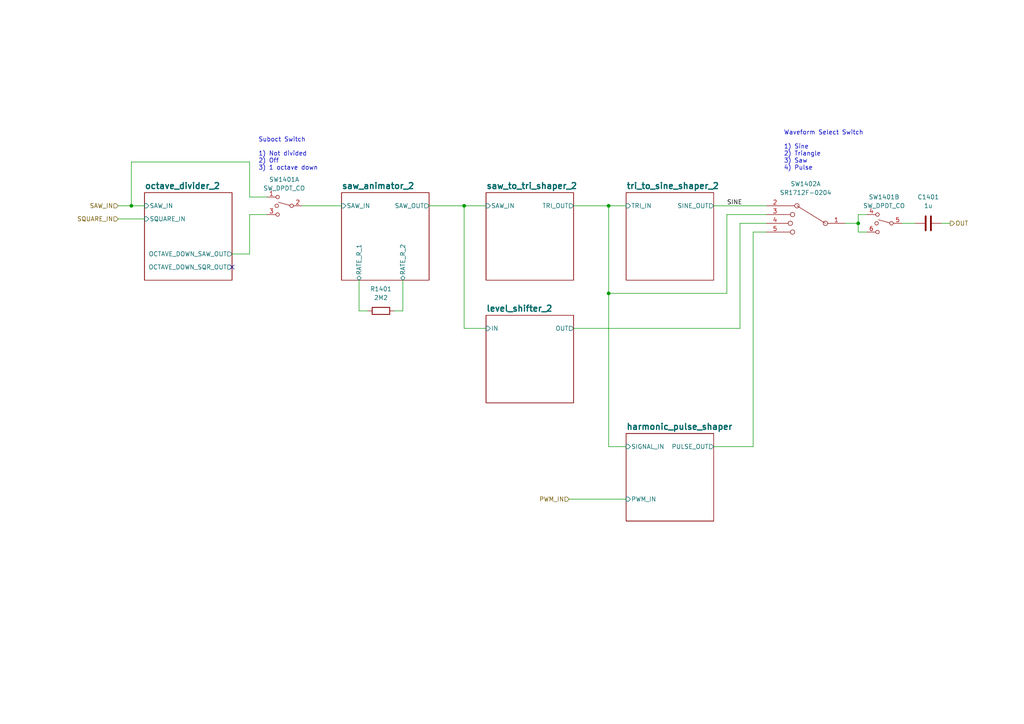
<source format=kicad_sch>
(kicad_sch (version 20230121) (generator eeschema)
  (paper "A4")
  (title_block (title "Josh Ox Ribon Synth Main VCO board") (date "2022-07-23") (rev "0.1") (comment 2 "creativecommons.org/licenses/by/4.0") (comment 3 "license: CC by 4.0") (comment 4 "Author: Jordan Acete"))
  (lib_symbols
    (symbol "Device:C" (pin_numbers hide) (pin_names (offset 0.254))
      (property "Reference" "C" (at 0.635 2.54 0))
      (property "Value" "C" (at 0.635 -2.54 0))
      (symbol "C_0_1"
        (polyline (pts (xy -2.032 -0.762) (xy 2.032 -0.762)) (stroke (width 0.508)))
        (polyline (pts (xy -2.032 0.762) (xy 2.032 0.762)) (stroke (width 0.508)))
      )
      (symbol "C_1_1"
        (pin passive line (at 0 3.81 270) (length 2.794) (name "~") (number "1"))
        (pin passive line (at 0 -3.81 90) (length 2.794) (name "~") (number "2"))
      )
    )
    (symbol "Device:R" (pin_numbers hide) (pin_names (offset 0))
      (property "Reference" "R" (at 2.032 0 90))
      (property "Value" "R" (at 0 0 90))
      (symbol "R_0_1"
        (rectangle (start -1.016 -2.54) (end 1.016 2.54) (stroke (width 0.254)))
      )
      (symbol "R_1_1"
        (pin passive line (at 0 3.81 270) (length 1.27) (name "~") (number "1"))
        (pin passive line (at 0 -3.81 90) (length 1.27) (name "~") (number "2"))
      )
    )
    (symbol "custom_symbols:SR1712F-0204" (pin_names (offset 1.016) hide)
      (property "Reference" "SW?" (at 1.27 11.43 0))
      (property "Value" "SR1712F-0204" (at 1.27 8.89 0))
      (symbol "SR1712F-0204_0_0"
        (circle (center -4.445 0) (radius 0.635))
        (polyline (pts (xy -4.445 0) (xy 3.81 5.08)))
        (polyline (pts (xy 4.445 5.08) (xy 7.62 5.08)))
        (polyline (pts (xy 5.715 -2.54) (xy 7.62 -2.54)))
        (polyline (pts (xy 5.715 2.54) (xy 7.62 2.54)))
        (polyline (pts (xy 6.35 0) (xy 7.62 0)))
        (circle (center 3.81 5.08) (radius 0.635))
        (circle (center 5.08 -2.54) (radius 0.635))
        (circle (center 5.08 2.54) (radius 0.635))
        (circle (center 5.715 0) (radius 0.635))
      )
      (symbol "SR1712F-0204_1_1"
        (pin passive line (at -10.16 0 0) (length 5.08) (name "1") (number "1"))
        (pin passive line (at 12.7 5.08 180) (length 5.08) (name "2") (number "2"))
        (pin passive line (at 12.7 2.54 180) (length 5.08) (name "3") (number "3"))
        (pin passive line (at 12.7 0 180) (length 5.08) (name "4") (number "4"))
        (pin passive line (at 12.7 -2.54 180) (length 5.08) (name "5") (number "5"))
      )
      (symbol "SR1712F-0204_2_1"
        (pin passive line (at -10.16 0 0) (length 5.08) (name "10") (number "10"))
        (pin passive line (at 12.7 5.08 180) (length 5.08) (name "6") (number "6"))
        (pin passive line (at 12.7 2.54 180) (length 5.08) (name "7") (number "7"))
        (pin passive line (at 12.7 0 180) (length 5.08) (name "8") (number "8"))
        (pin passive line (at 12.7 -2.54 180) (length 5.08) (name "9") (number "9"))
      )
    )
    (symbol "custom_symbols:SW_DPDT_CO" (pin_names (offset 0) hide)
      (property "Reference" "SW" (at 0 5.08 0))
      (property "Value" "SW_DPDT_CO" (at 0 -5.08 0))
      (symbol "SW_DPDT_CO_0_0"
        (circle (center -2.032 0) (radius 0.508))
        (polyline (pts (xy -1.524 0.127) (xy 1.778 1.016)))
        (circle (center 2.032 -2.54) (radius 0.508))
      )
      (symbol "SW_DPDT_CO_0_1"
        (circle (center 2.032 2.54) (radius 0.508))
        (circle (center 2.286 0) (radius 0.508))
      )
      (symbol "SW_DPDT_CO_1_1"
        (pin passive line (at 5.08 2.54 180) (length 2.54) (name "1") (number "1"))
        (pin passive line (at -5.08 0 0) (length 2.54) (name "2") (number "2"))
        (pin passive line (at 5.08 -2.54 180) (length 2.54) (name "3") (number "3"))
      )
      (symbol "SW_DPDT_CO_2_1"
        (pin passive line (at 5.08 2.54 180) (length 2.54) (name "4") (number "4"))
        (pin passive line (at -5.08 0 0) (length 2.54) (name "5") (number "5"))
        (pin passive line (at 5.08 -2.54 180) (length 2.54) (name "6") (number "6"))
      )
    )
  )
  (junction (at 134.62 59.69))
  (junction (at 176.53 85.09))
  (junction (at 176.53 59.69))
  (junction (at 248.92 64.77))
  (junction (at 38.1 59.69))
  (no_connect (at 67.31 77.47))
  (wire (pts (xy 67.31 73.66) (xy 72.39 73.66)))
  (wire (pts (xy 166.37 59.69) (xy 176.53 59.69)))
  (wire (pts (xy 34.29 59.69) (xy 38.1 59.69)))
  (wire (pts (xy 72.39 57.15) (xy 77.47 57.15)))
  (wire (pts (xy 218.44 129.54) (xy 218.44 67.31)))
  (wire (pts (xy 218.44 67.31) (xy 222.25 67.31)))
  (wire (pts (xy 38.1 46.99) (xy 72.39 46.99)))
  (wire (pts (xy 87.63 59.69) (xy 99.06 59.69)))
  (wire (pts (xy 214.63 95.25) (xy 214.63 64.77)))
  (wire (pts (xy 166.37 95.25) (xy 214.63 95.25)))
  (wire (pts (xy 176.53 85.09) (xy 210.82 85.09)))
  (wire (pts (xy 248.92 62.23) (xy 251.46 62.23)))
  (wire (pts (xy 165.1 144.78) (xy 181.61 144.78)))
  (wire (pts (xy 251.46 67.31) (xy 248.92 67.31)))
  (wire (pts (xy 176.53 59.69) (xy 176.53 85.09)))
  (wire (pts (xy 38.1 59.69) (xy 41.91 59.69)))
  (wire (pts (xy 134.62 59.69) (xy 140.97 59.69)))
  (wire (pts (xy 176.53 59.69) (xy 181.61 59.69)))
  (wire (pts (xy 176.53 85.09) (xy 176.53 129.54)))
  (wire (pts (xy 116.84 81.28) (xy 116.84 90.17)))
  (wire (pts (xy 34.29 63.5) (xy 41.91 63.5)))
  (wire (pts (xy 222.25 62.23) (xy 210.82 62.23)))
  (wire (pts (xy 72.39 46.99) (xy 72.39 57.15)))
  (wire (pts (xy 72.39 73.66) (xy 72.39 62.23)))
  (wire (pts (xy 104.14 90.17) (xy 106.68 90.17)))
  (wire (pts (xy 248.92 67.31) (xy 248.92 64.77)))
  (wire (pts (xy 214.63 64.77) (xy 222.25 64.77)))
  (wire (pts (xy 140.97 95.25) (xy 134.62 95.25)))
  (wire (pts (xy 104.14 81.28) (xy 104.14 90.17)))
  (wire (pts (xy 134.62 95.25) (xy 134.62 59.69)))
  (wire (pts (xy 273.05 64.77) (xy 275.59 64.77)))
  (wire (pts (xy 124.46 59.69) (xy 134.62 59.69)))
  (wire (pts (xy 261.62 64.77) (xy 265.43 64.77)))
  (wire (pts (xy 116.84 90.17) (xy 114.3 90.17)))
  (wire (pts (xy 38.1 59.69) (xy 38.1 46.99)))
  (wire (pts (xy 207.01 59.69) (xy 222.25 59.69)))
  (wire (pts (xy 72.39 62.23) (xy 77.47 62.23)))
  (wire (pts (xy 176.53 129.54) (xy 181.61 129.54)))
  (wire (pts (xy 248.92 64.77) (xy 248.92 62.23)))
  (wire (pts (xy 210.82 62.23) (xy 210.82 85.09)))
  (wire (pts (xy 245.11 64.77) (xy 248.92 64.77)))
  (wire (pts (xy 207.01 129.54) (xy 218.44 129.54)))
  (text "Suboct Switch\n\n1) Not divided\n2) Off\n3) 1 octave down" (at 74.93 49.53 0) (effects (font (size 1.27 1.27)) (justify left bottom)))
  (text "Waveform Select Switch\n\n1) Sine\n2) Triangle\n3) Saw\n4) Pulse" (at 227.33 49.53 0) (effects (font (size 1.27 1.27)) (justify left bottom)))
  (label "SINE" (at 210.82 59.69 0))
  (hierarchical_label "PWM_IN" (shape input) (at 165.1 144.78 180))
  (hierarchical_label "SAW_IN" (shape input) (at 34.29 59.69 180))
  (hierarchical_label "SQUARE_IN" (shape input) (at 34.29 63.5 180))
  (hierarchical_label "OUT" (shape output) (at 275.59 64.77 0))
  (symbol (lib_id "custom_symbols:SW_DPDT_CO") (at 82.55 59.69 0) (mirror y) (unit 1)
    (property "Reference" "SW1401" (at 82.423 52.07 0))
    (property "Value" "SW_DPDT_CO" (at 82.423 54.61 0))
    (property "Footprint" "custom_footprints:DPDT_mini_toggle" (effects hide))
  )
  (symbol (lib_id "Device:R") (at 110.49 90.17 90) (unit 1)
    (property "Reference" "R1401" (at 110.49 83.82 90))
    (property "Value" "2M2" (at 110.49 86.36 90))
    (property "Footprint" "Resistor_SMD:R_0805_2012Metric" (effects hide))
  )
  (symbol (lib_id "custom_symbols:SR1712F-0204") (at 234.95 64.77 0) (mirror y) (unit 1)
    (property "Reference" "SW1402" (at 233.68 53.34 0))
    (property "Value" "SR1712F-0204" (at 233.68 55.88 0))
    (property "Footprint" "custom_footprints:SR1712F_rotary_switch" (effects hide))
  )
  (symbol (lib_id "custom_symbols:SW_DPDT_CO") (at 256.54 64.77 0) (mirror y) (unit 2)
    (property "Reference" "SW1401" (at 256.413 57.15 0))
    (property "Value" "SW_DPDT_CO" (at 256.413 59.69 0))
    (property "Footprint" "custom_footprints:DPDT_mini_toggle" (effects hide))
  )
  (symbol (lib_id "Device:C") (at 269.24 64.77 90) (unit 1)
    (property "Reference" "C1401" (at 269.24 57.15 90))
    (property "Value" "1u" (at 269.24 59.69 90))
    (property "Footprint" "Capacitor_THT:C_Rect_L7.2mm_W5.5mm_P5.00mm_FKS2_FKP2_MKS2_MKP2" (effects hide))
  )
  (sheet (at 41.91 55.88) (size 25.4 25.4) (stroke (width 0.1524))
    (property "Sheetname" "octave_divider_2" (at 41.91 54.9284 0) (effects (font (size 1.75 1.75) bold) (justify left bottom)))
    (property "Sheetfile" "octave_divider.kicad_sch" (effects hide))
    (pin "SAW_IN" input (at 41.91 59.69 180))
    (pin "OCTAVE_DOWN_SAW_OUT" output (at 67.31 73.66 0))
    (pin "SQUARE_IN" input (at 41.91 63.5 180))
    (pin "OCTAVE_DOWN_SQR_OUT" output (at 67.31 77.47 0))
  )
  (sheet (at 181.61 55.88) (size 25.4 25.4) (stroke (width 0.1524))
    (property "Sheetname" "tri_to_sine_shaper_2" (at 181.61 54.9284 0) (effects (font (size 1.75 1.75) bold) (justify left bottom)))
    (property "Sheetfile" "tri_to_sine_shaper.kicad_sch" (effects hide))
    (pin "TRI_IN" input (at 181.61 59.69 180))
    (pin "SINE_OUT" output (at 207.01 59.69 0))
  )
  (sheet (at 99.06 55.88) (size 25.4 25.4) (stroke (width 0.1524))
    (property "Sheetname" "saw_animator_2" (at 99.06 54.9284 0) (effects (font (size 1.75 1.75) bold) (justify left bottom)))
    (property "Sheetfile" "saw_animator.kicad_sch" (effects hide))
    (pin "SAW_OUT" output (at 124.46 59.69 0))
    (pin "SAW_IN" input (at 99.06 59.69 180))
    (pin "RATE_R_1" bidirectional (at 104.14 81.28 270))
    (pin "RATE_R_2" bidirectional (at 116.84 81.28 270))
  )
  (sheet (at 181.61 125.73) (size 25.4 25.4) (stroke (width 0.1524))
    (property "Sheetname" "harmonic_pulse_shaper" (at 181.61 124.7784 0) (effects (font (size 1.75 1.75) bold) (justify left bottom)))
    (property "Sheetfile" "harmonic_pulse_shaper.kicad_sch" (effects hide))
    (pin "PULSE_OUT" output (at 207.01 129.54 0))
    (pin "SIGNAL_IN" input (at 181.61 129.54 180))
    (pin "PWM_IN" input (at 181.61 144.78 180))
  )
  (sheet (at 140.97 91.44) (size 25.4 25.4) (stroke (width 0.1524))
    (property "Sheetname" "level_shifter_2" (at 140.97 90.4884 0) (effects (font (size 1.75 1.75) bold) (justify left bottom)))
    (property "Sheetfile" "level_shifter.kicad_sch" (effects hide))
    (pin "OUT" output (at 166.37 95.25 0))
    (pin "IN" input (at 140.97 95.25 180))
  )
  (sheet (at 140.97 55.88) (size 25.4 25.4) (stroke (width 0.1524))
    (property "Sheetname" "saw_to_tri_shaper_2" (at 140.97 54.9284 0) (effects (font (size 1.75 1.75) bold) (justify left bottom)))
    (property "Sheetfile" "saw_to_tri_shaper.kicad_sch" (effects hide))
    (pin "SAW_IN" input (at 140.97 59.69 180))
    (pin "TRI_OUT" output (at 166.37 59.69 0))
  )
)
</source>
